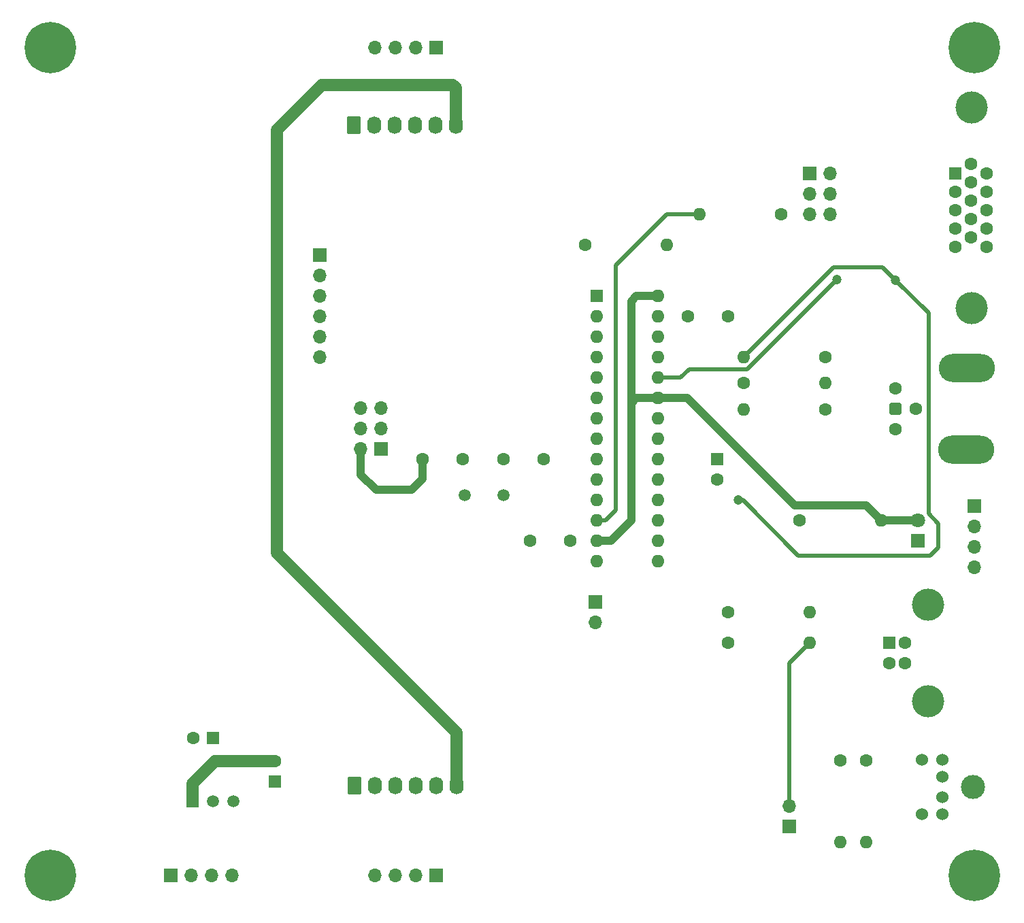
<source format=gbr>
%TF.GenerationSoftware,KiCad,Pcbnew,(6.0.4-0)*%
%TF.CreationDate,2024-05-14T17:36:31+10:00*%
%TF.ProjectId,Video terminal ,56696465-6f20-4746-9572-6d696e616c20,rev?*%
%TF.SameCoordinates,Original*%
%TF.FileFunction,Copper,L1,Top*%
%TF.FilePolarity,Positive*%
%FSLAX46Y46*%
G04 Gerber Fmt 4.6, Leading zero omitted, Abs format (unit mm)*
G04 Created by KiCad (PCBNEW (6.0.4-0)) date 2024-05-14 17:36:31*
%MOMM*%
%LPD*%
G01*
G04 APERTURE LIST*
G04 Aperture macros list*
%AMRoundRect*
0 Rectangle with rounded corners*
0 $1 Rounding radius*
0 $2 $3 $4 $5 $6 $7 $8 $9 X,Y pos of 4 corners*
0 Add a 4 corners polygon primitive as box body*
4,1,4,$2,$3,$4,$5,$6,$7,$8,$9,$2,$3,0*
0 Add four circle primitives for the rounded corners*
1,1,$1+$1,$2,$3*
1,1,$1+$1,$4,$5*
1,1,$1+$1,$6,$7*
1,1,$1+$1,$8,$9*
0 Add four rect primitives between the rounded corners*
20,1,$1+$1,$2,$3,$4,$5,0*
20,1,$1+$1,$4,$5,$6,$7,0*
20,1,$1+$1,$6,$7,$8,$9,0*
20,1,$1+$1,$8,$9,$2,$3,0*%
G04 Aperture macros list end*
%TA.AperFunction,ComponentPad*%
%ADD10C,4.000000*%
%TD*%
%TA.AperFunction,ComponentPad*%
%ADD11R,1.600000X1.600000*%
%TD*%
%TA.AperFunction,ComponentPad*%
%ADD12C,1.600000*%
%TD*%
%TA.AperFunction,ComponentPad*%
%ADD13RoundRect,0.250000X-0.620000X-0.845000X0.620000X-0.845000X0.620000X0.845000X-0.620000X0.845000X0*%
%TD*%
%TA.AperFunction,ComponentPad*%
%ADD14O,1.740000X2.190000*%
%TD*%
%TA.AperFunction,ComponentPad*%
%ADD15C,3.000000*%
%TD*%
%TA.AperFunction,ComponentPad*%
%ADD16C,1.524000*%
%TD*%
%TA.AperFunction,ComponentPad*%
%ADD17O,7.000000X3.500000*%
%TD*%
%TA.AperFunction,ComponentPad*%
%ADD18RoundRect,0.400000X-0.400000X0.400000X-0.400000X-0.400000X0.400000X-0.400000X0.400000X0.400000X0*%
%TD*%
%TA.AperFunction,ComponentPad*%
%ADD19O,1.600000X1.600000*%
%TD*%
%TA.AperFunction,ComponentPad*%
%ADD20R,1.700000X1.700000*%
%TD*%
%TA.AperFunction,ComponentPad*%
%ADD21O,1.700000X1.700000*%
%TD*%
%TA.AperFunction,ComponentPad*%
%ADD22C,1.500000*%
%TD*%
%TA.AperFunction,ComponentPad*%
%ADD23C,0.800000*%
%TD*%
%TA.AperFunction,ComponentPad*%
%ADD24C,6.400000*%
%TD*%
%TA.AperFunction,ComponentPad*%
%ADD25R,1.800000X1.800000*%
%TD*%
%TA.AperFunction,ComponentPad*%
%ADD26C,1.800000*%
%TD*%
%TA.AperFunction,ComponentPad*%
%ADD27R,1.500000X1.500000*%
%TD*%
%TA.AperFunction,ViaPad*%
%ADD28C,1.200000*%
%TD*%
%TA.AperFunction,Conductor*%
%ADD29C,1.500000*%
%TD*%
%TA.AperFunction,Conductor*%
%ADD30C,0.500000*%
%TD*%
%TA.AperFunction,Conductor*%
%ADD31C,1.000000*%
%TD*%
G04 APERTURE END LIST*
D10*
%TO.P,J1,0*%
%TO.N,N/C*%
X149650000Y-32415000D03*
X149650000Y-57415000D03*
D11*
%TO.P,J1,1*%
%TO.N,/RED*%
X147600000Y-40600000D03*
D12*
%TO.P,J1,2*%
%TO.N,/GREEN*%
X147600000Y-42890000D03*
%TO.P,J1,3*%
%TO.N,/BLUE*%
X147600000Y-45180000D03*
%TO.P,J1,4*%
%TO.N,unconnected-(J1-Pad4)*%
X147600000Y-47470000D03*
%TO.P,J1,5*%
%TO.N,GND*%
X147600000Y-49760000D03*
%TO.P,J1,6*%
X149580000Y-39455000D03*
%TO.P,J1,7*%
X149580000Y-41745000D03*
%TO.P,J1,8*%
X149580000Y-44035000D03*
%TO.P,J1,9*%
%TO.N,unconnected-(J1-Pad9)*%
X149580000Y-46325000D03*
%TO.P,J1,10*%
%TO.N,GND*%
X149580000Y-48615000D03*
%TO.P,J1,11*%
%TO.N,unconnected-(J1-Pad11)*%
X151560000Y-40600000D03*
%TO.P,J1,12*%
%TO.N,unconnected-(J1-Pad12)*%
X151560000Y-42890000D03*
%TO.P,J1,13*%
%TO.N,H_SYNC*%
X151560000Y-45180000D03*
%TO.P,J1,14*%
%TO.N,V_SYNC*%
X151560000Y-47470000D03*
%TO.P,J1,15*%
%TO.N,unconnected-(J1-Pad15)*%
X151560000Y-49760000D03*
%TD*%
D11*
%TO.P,C9,1*%
%TO.N,+3V3*%
X55300000Y-110900000D03*
D12*
%TO.P,C9,2*%
%TO.N,GND*%
X52800000Y-110900000D03*
%TD*%
D11*
%TO.P,C8,1*%
%TO.N,+5V*%
X63000000Y-116300000D03*
D12*
%TO.P,C8,2*%
%TO.N,GND*%
X63000000Y-113800000D03*
%TD*%
D13*
%TO.P,J11,1,Pin_1*%
%TO.N,rst*%
X72800000Y-34600000D03*
D14*
%TO.P,J11,2,Pin_2*%
%TO.N,flag*%
X75340000Y-34600000D03*
%TO.P,J11,3,Pin_3*%
%TO.N,GND*%
X77880000Y-34600000D03*
%TO.P,J11,4,Pin_4*%
%TO.N,data*%
X80420000Y-34600000D03*
%TO.P,J11,5,Pin_5*%
%TO.N,clock*%
X82960000Y-34600000D03*
%TO.P,J11,6,Pin_6*%
%TO.N,+5V*%
X85500000Y-34600000D03*
%TD*%
D15*
%TO.P,J4,0*%
%TO.N,N/C*%
X149800000Y-117000000D03*
D16*
%TO.P,J4,1*%
%TO.N,DATA*%
X146000000Y-115700000D03*
%TO.P,J4,2*%
%TO.N,unconnected-(J4-Pad2)*%
X146000000Y-118300000D03*
%TO.P,J4,3*%
%TO.N,GND*%
X146000000Y-113600000D03*
%TO.P,J4,4*%
%TO.N,+5V*%
X146000000Y-120400000D03*
%TO.P,J4,5*%
%TO.N,CLOCK*%
X143500000Y-113600000D03*
%TO.P,J4,6*%
%TO.N,unconnected-(J4-Pad6)*%
X143500000Y-120400000D03*
%TD*%
D17*
%TO.P,J2,*%
%TO.N,*%
X148990000Y-74980000D03*
X149090000Y-64820000D03*
D18*
%TO.P,J2,1,In*%
%TO.N,Net-(J2-Pad1)*%
X140200000Y-69900000D03*
D12*
%TO.P,J2,2,Ext*%
%TO.N,GND*%
X140200000Y-67360000D03*
%TO.P,J2,3*%
%TO.N,N/C*%
X142740000Y-69900000D03*
%TO.P,J2,4*%
X140200000Y-72440000D03*
%TD*%
%TO.P,R1,1*%
%TO.N,CLOCK*%
X136525000Y-113665000D03*
D19*
%TO.P,R1,2*%
%TO.N,+5V*%
X136525000Y-123825000D03*
%TD*%
D12*
%TO.P,R3,1*%
%TO.N,Net-(J13-Pad1)*%
X126000000Y-45720000D03*
D19*
%TO.P,R3,2*%
%TO.N,VIDEO*%
X115840000Y-45720000D03*
%TD*%
D12*
%TO.P,R4,1*%
%TO.N,Net-(J2-Pad1)*%
X131445000Y-70000000D03*
D19*
%TO.P,R4,2*%
%TO.N,C_VIDEO*%
X121285000Y-70000000D03*
%TD*%
D12*
%TO.P,R5,1*%
%TO.N,Net-(J2-Pad1)*%
X131445000Y-63500000D03*
D19*
%TO.P,R5,2*%
%TO.N,H_SYNC*%
X121285000Y-63500000D03*
%TD*%
D11*
%TO.P,U1,1,~{MCLR}*%
%TO.N,~{MCLR}*%
X103000000Y-55880000D03*
D19*
%TO.P,U1,2,RA0/PGED3*%
%TO.N,PGD*%
X103000000Y-58420000D03*
%TO.P,U1,3,RA1/PGEC3*%
%TO.N,C*%
X103000000Y-60960000D03*
%TO.P,U1,4,RB0/PGED1*%
%TO.N,TX*%
X103000000Y-63500000D03*
%TO.P,U1,5,RB1/PGEC1*%
%TO.N,RX*%
X103000000Y-66040000D03*
%TO.P,U1,6,RB2*%
%TO.N,C_VIDEO*%
X103000000Y-68580000D03*
%TO.P,U1,7,RB3*%
%TO.N,B*%
X103000000Y-71120000D03*
%TO.P,U1,8,VSS*%
%TO.N,GND*%
X103000000Y-73660000D03*
%TO.P,U1,9,RA2/OSC1*%
%TO.N,Net-(C1-Pad1)*%
X103000000Y-76200000D03*
%TO.P,U1,10,RA3/OSC2*%
%TO.N,Net-(C2-Pad1)*%
X103000000Y-78740000D03*
%TO.P,U1,11,RB4*%
%TO.N,A*%
X103000000Y-81280000D03*
%TO.P,U1,12,RA4*%
%TO.N,VIDEO*%
X103000000Y-83820000D03*
%TO.P,U1,13,VDD*%
%TO.N,+3V3*%
X103000000Y-86360000D03*
%TO.P,U1,14,RB5*%
%TO.N,Net-(JP8-Pad1)*%
X103000000Y-88900000D03*
%TO.P,U1,15,VBUS*%
%TO.N,VBUS*%
X110620000Y-88900000D03*
%TO.P,U1,16,RB7*%
%TO.N,DATA*%
X110620000Y-86360000D03*
%TO.P,U1,17,RB8*%
%TO.N,CLOCK*%
X110620000Y-83820000D03*
%TO.P,U1,18,RB9*%
%TO.N,H_SYNC*%
X110620000Y-81280000D03*
%TO.P,U1,19,VSS*%
%TO.N,GND*%
X110620000Y-78740000D03*
%TO.P,U1,20,VCAP*%
%TO.N,Net-(C4-Pad1)*%
X110620000Y-76200000D03*
%TO.P,U1,21,RB10/PGED2*%
%TO.N,D-*%
X110620000Y-73660000D03*
%TO.P,U1,22,RB/PGEC2*%
%TO.N,D+*%
X110620000Y-71120000D03*
%TO.P,U1,23,VUSB(3V3)*%
%TO.N,+3V3*%
X110620000Y-68580000D03*
%TO.P,U1,24,RB13*%
%TO.N,V_SYNC*%
X110620000Y-66040000D03*
%TO.P,U1,25,RB14*%
%TO.N,H_SYNC*%
X110620000Y-63500000D03*
%TO.P,U1,26,RB15*%
%TO.N,unconnected-(U1-Pad26)*%
X110620000Y-60960000D03*
%TO.P,U1,27,AVSS*%
%TO.N,GND*%
X110620000Y-58420000D03*
%TO.P,U1,28,AVDD*%
%TO.N,+3V3*%
X110620000Y-55880000D03*
%TD*%
D20*
%TO.P,J3,1,Pin_1*%
%TO.N,~{MCLR}*%
X68580000Y-50800000D03*
D21*
%TO.P,J3,2,Pin_2*%
%TO.N,+3V3*%
X68580000Y-53340000D03*
%TO.P,J3,3,Pin_3*%
%TO.N,GND*%
X68580000Y-55880000D03*
%TO.P,J3,4,Pin_4*%
%TO.N,PGD*%
X68580000Y-58420000D03*
%TO.P,J3,5,Pin_5*%
%TO.N,C*%
X68580000Y-60960000D03*
%TO.P,J3,6,Pin_6*%
%TO.N,unconnected-(J3-Pad6)*%
X68580000Y-63500000D03*
%TD*%
D12*
%TO.P,R6,1*%
%TO.N,~{MCLR}*%
X101600000Y-49530000D03*
D19*
%TO.P,R6,2*%
%TO.N,+3V3*%
X111760000Y-49530000D03*
%TD*%
D12*
%TO.P,C1,1*%
%TO.N,Net-(C1-Pad1)*%
X91440000Y-76200000D03*
%TO.P,C1,2*%
%TO.N,GND*%
X96440000Y-76200000D03*
%TD*%
%TO.P,C2,1*%
%TO.N,Net-(C2-Pad1)*%
X86360000Y-76200000D03*
%TO.P,C2,2*%
%TO.N,GND*%
X81360000Y-76200000D03*
%TD*%
%TO.P,R2,1*%
%TO.N,DATA*%
X133350000Y-113665000D03*
D19*
%TO.P,R2,2*%
%TO.N,+5V*%
X133350000Y-123825000D03*
%TD*%
D12*
%TO.P,R7,1*%
%TO.N,Net-(J5-Pad4)*%
X128270000Y-83820000D03*
D19*
%TO.P,R7,2*%
%TO.N,+3V3*%
X138430000Y-83820000D03*
%TD*%
D12*
%TO.P,R8,1*%
%TO.N,RX*%
X121285000Y-66675000D03*
D19*
%TO.P,R8,2*%
%TO.N,Net-(J5-Pad4)*%
X131445000Y-66675000D03*
%TD*%
D22*
%TO.P,Y1,1,1*%
%TO.N,Net-(C1-Pad1)*%
X91440000Y-80645000D03*
%TO.P,Y1,2,2*%
%TO.N,Net-(C2-Pad1)*%
X86560000Y-80645000D03*
%TD*%
D23*
%TO.P,H1,1,1*%
%TO.N,GND*%
X147600000Y-128000000D03*
X150000000Y-130400000D03*
X150000000Y-125600000D03*
X152400000Y-128000000D03*
X148302944Y-129697056D03*
X151697056Y-126302944D03*
X148302944Y-126302944D03*
X151697056Y-129697056D03*
D24*
X150000000Y-128000000D03*
%TD*%
D23*
%TO.P,H2,1,1*%
%TO.N,GND*%
X37400000Y-25000000D03*
X36697056Y-26697056D03*
X36697056Y-23302944D03*
X32600000Y-25000000D03*
D24*
X35000000Y-25000000D03*
D23*
X33302944Y-26697056D03*
X35000000Y-27400000D03*
X33302944Y-23302944D03*
X35000000Y-22600000D03*
%TD*%
%TO.P,H4,1,1*%
%TO.N,GND*%
X150000000Y-22600000D03*
X148302944Y-23302944D03*
X152400000Y-25000000D03*
D24*
X150000000Y-25000000D03*
D23*
X150000000Y-27400000D03*
X151697056Y-26697056D03*
X151697056Y-23302944D03*
X148302944Y-26697056D03*
X147600000Y-25000000D03*
%TD*%
D12*
%TO.P,C3,1*%
%TO.N,+3V3*%
X99695000Y-86360000D03*
%TO.P,C3,2*%
%TO.N,GND*%
X94695000Y-86360000D03*
%TD*%
D11*
%TO.P,C4,1*%
%TO.N,Net-(C4-Pad1)*%
X118000000Y-76200000D03*
D12*
%TO.P,C4,2*%
%TO.N,GND*%
X118000000Y-78700000D03*
%TD*%
%TO.P,C5,1*%
%TO.N,+3V3*%
X119380000Y-58420000D03*
%TO.P,C5,2*%
%TO.N,GND*%
X114380000Y-58420000D03*
%TD*%
D25*
%TO.P,D1,1,K*%
%TO.N,Net-(D1-Pad1)*%
X143000000Y-86360000D03*
D26*
%TO.P,D1,2,A*%
%TO.N,+3V3*%
X143000000Y-83820000D03*
%TD*%
D11*
%TO.P,J8,1,VBUS*%
%TO.N,Net-(J8-Pad1)*%
X139400000Y-99060000D03*
D12*
%TO.P,J8,2,D-*%
%TO.N,D-*%
X139400000Y-101560000D03*
%TO.P,J8,3,D+*%
%TO.N,D+*%
X141400000Y-101560000D03*
%TO.P,J8,4,GND*%
%TO.N,GND*%
X141400000Y-99060000D03*
D10*
%TO.P,J8,5,Shield*%
X144260000Y-106310000D03*
X144260000Y-94310000D03*
%TD*%
D20*
%TO.P,JP7,1,1*%
%TO.N,+5V*%
X127000000Y-121920000D03*
D21*
%TO.P,JP7,2,2*%
%TO.N,Net-(J8-Pad1)*%
X127000000Y-119380000D03*
%TD*%
D20*
%TO.P,JP8,1,1*%
%TO.N,Net-(JP8-Pad1)*%
X102870000Y-93980000D03*
D21*
%TO.P,JP8,2,2*%
%TO.N,GND*%
X102870000Y-96520000D03*
%TD*%
D12*
%TO.P,R9,1*%
%TO.N,VBUS*%
X119380000Y-99060000D03*
D19*
%TO.P,R9,2*%
%TO.N,Net-(J8-Pad1)*%
X129540000Y-99060000D03*
%TD*%
D12*
%TO.P,R10,1*%
%TO.N,Net-(JP8-Pad1)*%
X119380000Y-95250000D03*
D19*
%TO.P,R10,2*%
%TO.N,Net-(D1-Pad1)*%
X129540000Y-95250000D03*
%TD*%
D27*
%TO.P,U2,1,GND*%
%TO.N,GND*%
X52705000Y-118745000D03*
D22*
%TO.P,U2,2,VI*%
%TO.N,+3V3*%
X55245000Y-118745000D03*
%TO.P,U2,3,VO*%
%TO.N,+5V*%
X57785000Y-118745000D03*
%TD*%
D14*
%TO.P,J10,6,Pin_6*%
%TO.N,+5V*%
X85550000Y-116820000D03*
%TO.P,J10,5,Pin_5*%
%TO.N,I_clock*%
X83010000Y-116820000D03*
%TO.P,J10,4,Pin_4*%
%TO.N,I_data*%
X80470000Y-116820000D03*
%TO.P,J10,3,Pin_3*%
%TO.N,GND*%
X77930000Y-116820000D03*
%TO.P,J10,2,Pin_2*%
%TO.N,I_flag*%
X75390000Y-116820000D03*
D13*
%TO.P,J10,1,Pin_1*%
%TO.N,I_rst*%
X72850000Y-116820000D03*
%TD*%
D23*
%TO.P,H3,1,1*%
%TO.N,GND*%
X37400000Y-128000000D03*
D24*
X35000000Y-128000000D03*
D23*
X36697056Y-126302944D03*
X36697056Y-129697056D03*
X35000000Y-125600000D03*
X32600000Y-128000000D03*
X33302944Y-129697056D03*
X35000000Y-130400000D03*
X33302944Y-126302944D03*
%TD*%
D20*
%TO.P,J12,1,Pin_1*%
%TO.N,A*%
X76200000Y-74930000D03*
D21*
%TO.P,J12,2,Pin_2*%
%TO.N,GND*%
X73660000Y-74930000D03*
%TO.P,J12,3,Pin_3*%
%TO.N,B*%
X76200000Y-72390000D03*
%TO.P,J12,4,Pin_4*%
%TO.N,GND*%
X73660000Y-72390000D03*
%TO.P,J12,5,Pin_5*%
%TO.N,C*%
X76200000Y-69850000D03*
%TO.P,J12,6,Pin_6*%
%TO.N,GND*%
X73660000Y-69850000D03*
%TD*%
D20*
%TO.P,J13,1,Pin_1*%
%TO.N,Net-(J13-Pad1)*%
X129540000Y-40640000D03*
D21*
%TO.P,J13,2,Pin_2*%
%TO.N,/RED*%
X132080000Y-40640000D03*
%TO.P,J13,3,Pin_3*%
%TO.N,Net-(J13-Pad1)*%
X129540000Y-43180000D03*
%TO.P,J13,4,Pin_4*%
%TO.N,/GREEN*%
X132080000Y-43180000D03*
%TO.P,J13,5,Pin_5*%
%TO.N,Net-(J13-Pad1)*%
X129540000Y-45720000D03*
%TO.P,J13,6,Pin_6*%
%TO.N,/BLUE*%
X132080000Y-45720000D03*
%TD*%
D20*
%TO.P,J5,1,Pin_1*%
%TO.N,TX*%
X150000000Y-82000000D03*
D21*
%TO.P,J5,2,Pin_2*%
%TO.N,GND*%
X150000000Y-84540000D03*
%TO.P,J5,3,Pin_3*%
X150000000Y-87080000D03*
%TO.P,J5,4,Pin_4*%
%TO.N,Net-(J5-Pad4)*%
X150000000Y-89620000D03*
%TD*%
D20*
%TO.P,J6,1,Pin_1*%
%TO.N,GND*%
X50000000Y-128000000D03*
D21*
%TO.P,J6,2,Pin_2*%
X52540000Y-128000000D03*
%TO.P,J6,3,Pin_3*%
%TO.N,+5V*%
X55080000Y-128000000D03*
%TO.P,J6,4,Pin_4*%
X57620000Y-128000000D03*
%TD*%
D20*
%TO.P,J7,1,Pin_1*%
%TO.N,I_clock*%
X83000000Y-128000000D03*
D21*
%TO.P,J7,2,Pin_2*%
%TO.N,I_data*%
X80460000Y-128000000D03*
%TO.P,J7,3,Pin_3*%
%TO.N,I_flag*%
X77920000Y-128000000D03*
%TO.P,J7,4,Pin_4*%
%TO.N,I_rst*%
X75380000Y-128000000D03*
%TD*%
D20*
%TO.P,J9,1,Pin_1*%
%TO.N,clock*%
X83000000Y-25000000D03*
D21*
%TO.P,J9,2,Pin_2*%
%TO.N,data*%
X80460000Y-25000000D03*
%TO.P,J9,3,Pin_3*%
%TO.N,flag*%
X77920000Y-25000000D03*
%TO.P,J9,4,Pin_4*%
%TO.N,rst*%
X75380000Y-25000000D03*
%TD*%
D28*
%TO.N,V_SYNC*%
X132900000Y-53800000D03*
%TO.N,H_SYNC*%
X120650000Y-81280000D03*
X140200000Y-53900000D03*
%TD*%
D29*
%TO.N,GND*%
X77930000Y-116561811D02*
X77930000Y-116820000D01*
X52705000Y-118745000D02*
X52705000Y-116595000D01*
X52705000Y-116595000D02*
X55500000Y-113800000D01*
X55500000Y-113800000D02*
X63000000Y-113800000D01*
%TO.N,+5V*%
X85500000Y-34600000D02*
X85500000Y-30000000D01*
X85500000Y-30000000D02*
X85100000Y-29600000D01*
X68800000Y-29600000D02*
X63200000Y-35200000D01*
X85100000Y-29600000D02*
X68800000Y-29600000D01*
X63200000Y-35200000D02*
X63200000Y-87900000D01*
X85550000Y-110250000D02*
X85550000Y-116820000D01*
X63200000Y-87900000D02*
X85550000Y-110250000D01*
D30*
%TO.N,H_SYNC*%
X120650000Y-81280000D02*
X121180000Y-81280000D01*
X128100000Y-88200000D02*
X144500000Y-88200000D01*
X121180000Y-81280000D02*
X128100000Y-88200000D01*
X145500000Y-84200000D02*
X144300000Y-83000000D01*
X144500000Y-88200000D02*
X145500000Y-87200000D01*
X145500000Y-87200000D02*
X145500000Y-84200000D01*
X144300000Y-83000000D02*
X144300000Y-58000000D01*
X144300000Y-58000000D02*
X140200000Y-53900000D01*
%TO.N,V_SYNC*%
X110620000Y-66040000D02*
X113460000Y-66040000D01*
X113460000Y-66040000D02*
X114500000Y-65000000D01*
X114500000Y-65000000D02*
X121700000Y-65000000D01*
X121700000Y-65000000D02*
X132900000Y-53800000D01*
%TO.N,H_SYNC*%
X132485000Y-52300000D02*
X138600000Y-52300000D01*
X121285000Y-63500000D02*
X132485000Y-52300000D01*
X138600000Y-52300000D02*
X140200000Y-53900000D01*
D31*
%TO.N,GND*%
X81360000Y-78660000D02*
X80010000Y-80010000D01*
X73660000Y-78105000D02*
X73660000Y-74930000D01*
X80010000Y-80010000D02*
X75565000Y-80010000D01*
X75565000Y-80010000D02*
X73660000Y-78105000D01*
X81360000Y-76200000D02*
X81360000Y-78660000D01*
D30*
%TO.N,VIDEO*%
X104140000Y-83820000D02*
X105410000Y-82550000D01*
X103000000Y-83820000D02*
X104140000Y-83820000D01*
X105410000Y-82550000D02*
X105410000Y-52070000D01*
X105410000Y-52070000D02*
X111760000Y-45720000D01*
X111760000Y-45720000D02*
X115840000Y-45720000D01*
D31*
%TO.N,+3V3*%
X114300000Y-68580000D02*
X127635000Y-81915000D01*
X110620000Y-68580000D02*
X114300000Y-68580000D01*
X110620000Y-55880000D02*
X107950000Y-55880000D01*
X107950000Y-68580000D02*
X110620000Y-68580000D01*
X136525000Y-81915000D02*
X138430000Y-83820000D01*
X104775000Y-86360000D02*
X107315000Y-83820000D01*
X138430000Y-83820000D02*
X143000000Y-83820000D01*
X107950000Y-55880000D02*
X107315000Y-56515000D01*
X107315000Y-56515000D02*
X107315000Y-69215000D01*
X127635000Y-81915000D02*
X136525000Y-81915000D01*
X107315000Y-69215000D02*
X107950000Y-68580000D01*
X103000000Y-86360000D02*
X104775000Y-86360000D01*
X107315000Y-83820000D02*
X107315000Y-69215000D01*
D30*
%TO.N,Net-(J8-Pad1)*%
X127000000Y-101600000D02*
X129540000Y-99060000D01*
X127000000Y-119380000D02*
X127000000Y-101600000D01*
%TD*%
M02*

</source>
